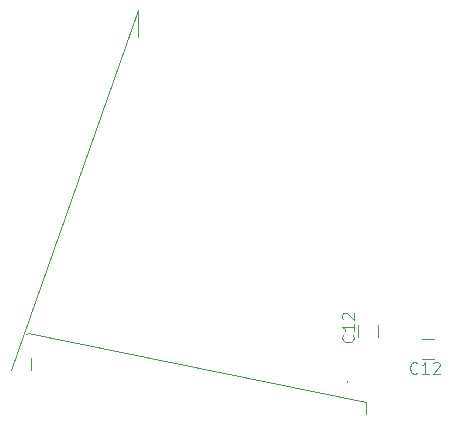
<source format=gbr>
From 718e6158a58ea41c4ef0ceec2871afac6fb21490 Mon Sep 17 00:00:00 2001
From: jaseg <git@jaseg.net>
Date: Sat, 2 Feb 2019 13:25:40 +0900
Subject: center: fix tape footprint polarity, vcc short, silk

---
 center/gerber/center-F.SilkS.gbr | 98 +++++++++++++++++++++-------------------
 1 file changed, 51 insertions(+), 47 deletions(-)

(limited to 'center/gerber/center-F.SilkS.gbr')

diff --git a/center/gerber/center-F.SilkS.gbr b/center/gerber/center-F.SilkS.gbr
index 55f6b65..3da2621 100644
--- a/center/gerber/center-F.SilkS.gbr
+++ b/center/gerber/center-F.SilkS.gbr
@@ -1,12 +1,12 @@
 G04 #@! TF.GenerationSoftware,KiCad,Pcbnew,(5.0.1)*
-G04 #@! TF.CreationDate,2018-11-27T10:01:39+09:00*
+G04 #@! TF.CreationDate,2019-02-02T12:52:51+09:00*
 G04 #@! TF.ProjectId,center,63656E7465722E6B696361645F706362,rev?*
 G04 #@! TF.SameCoordinates,Original*
 G04 #@! TF.FileFunction,Legend,Top*
 G04 #@! TF.FilePolarity,Positive*
 %FSLAX46Y46*%
 G04 Gerber Fmt 4.6, Leading zero omitted, Abs format (unit mm)*
-G04 Created by KiCad (PCBNEW (5.0.1)) date Tue Nov 27 10:01:39 2018*
+G04 Created by KiCad (PCBNEW (5.0.1)) date Sat Feb  2 12:52:51 2019*
 %MOMM*%
 %LPD*%
 G01*
@@ -1043,13 +1043,17 @@ X123564675Y-121813229D01*
 X123826471Y-121765015D01*
 X123993191Y-121788446D01*
 X124231556Y-121906953D01*
-X124169373Y-125978533D02*
-X123309637Y-124837625D01*
-X123739505Y-125408079D02*
-X125736094Y-123903542D01*
-X125307578Y-123928324D01*
-X124974137Y-123881462D01*
-X124735772Y-123762955D01*
+X125116075Y-123476377D02*
+X125282795Y-123499808D01*
+X125521160Y-123618315D01*
+X125879383Y-124093693D01*
+X125927597Y-124355489D01*
+X125904166Y-124522209D01*
+X125785659Y-124760574D01*
+X125595508Y-124903863D01*
+X125238636Y-125023722D01*
+X123237993Y-124742550D01*
+X124169373Y-125978533D01*
 D12*
 X94541428Y-79327142D02*
 X94541428Y-77041428D01*
@@ -1138,10 +1142,10 @@ X83750000Y-107500000D01*
 X85450000Y-107500000D02*
 X85450000Y-106500000D01*
 G04 #@! TO.C,C12*
-X119600000Y-104900000D02*
-X118600000Y-104900000D01*
-X118600000Y-106600000D02*
-X119600000Y-106600000D01*
+X114850000Y-104700000D02*
+X114850000Y-103700000D01*
+X113150000Y-103700000D02*
+X113150000Y-104700000D01*
 G04 #@! TO.C,C13*
 X113850000Y-111250000D02*
 X113850000Y-110250000D01*
@@ -2476,40 +2480,40 @@ X85200952Y-104385238D01*
 X85105714Y-104480476D01*
 X85010476Y-104528095D01*
 G04 #@! TO.C,C12*
-X118187142Y-107757142D02*
-X118139523Y-107804761D01*
-X117996666Y-107852380D01*
-X117901428Y-107852380D01*
-X117758571Y-107804761D01*
-X117663333Y-107709523D01*
-X117615714Y-107614285D01*
-X117568095Y-107423809D01*
-X117568095Y-107280952D01*
-X117615714Y-107090476D01*
-X117663333Y-106995238D01*
-X117758571Y-106900000D01*
-X117901428Y-106852380D01*
-X117996666Y-106852380D01*
-X118139523Y-106900000D01*
-X118187142Y-106947619D01*
-X119139523Y-107852380D02*
-X118568095Y-107852380D01*
-X118853809Y-107852380D02*
-X118853809Y-106852380D01*
-X118758571Y-106995238D01*
-X118663333Y-107090476D01*
-X118568095Y-107138095D01*
-X119520476Y-106947619D02*
-X119568095Y-106900000D01*
-X119663333Y-106852380D01*
-X119901428Y-106852380D01*
-X119996666Y-106900000D01*
-X120044285Y-106947619D01*
-X120091904Y-107042857D01*
-X120091904Y-107138095D01*
-X120044285Y-107280952D01*
-X119472857Y-107852380D01*
-X120091904Y-107852380D01*
+X112707142Y-104572857D02*
+X112754761Y-104620476D01*
+X112802380Y-104763333D01*
+X112802380Y-104858571D01*
+X112754761Y-105001428D01*
+X112659523Y-105096666D01*
+X112564285Y-105144285D01*
+X112373809Y-105191904D01*
+X112230952Y-105191904D01*
+X112040476Y-105144285D01*
+X111945238Y-105096666D01*
+X111850000Y-105001428D01*
+X111802380Y-104858571D01*
+X111802380Y-104763333D01*
+X111850000Y-104620476D01*
+X111897619Y-104572857D01*
+X112802380Y-103620476D02*
+X112802380Y-104191904D01*
+X112802380Y-103906190D02*
+X111802380Y-103906190D01*
+X111945238Y-104001428D01*
+X112040476Y-104096666D01*
+X112088095Y-104191904D01*
+X111897619Y-103239523D02*
+X111850000Y-103191904D01*
+X111802380Y-103096666D01*
+X111802380Y-102858571D01*
+X111850000Y-102763333D01*
+X111897619Y-102715714D01*
+X111992857Y-102668095D01*
+X112088095Y-102668095D01*
+X112230952Y-102715714D01*
+X112802380Y-103287142D01*
+X112802380Y-102668095D01*
 G04 #@! TO.C,C13*
 X112257142Y-108507142D02*
 X112209523Y-108554761D01*
-- 
cgit 


</source>
